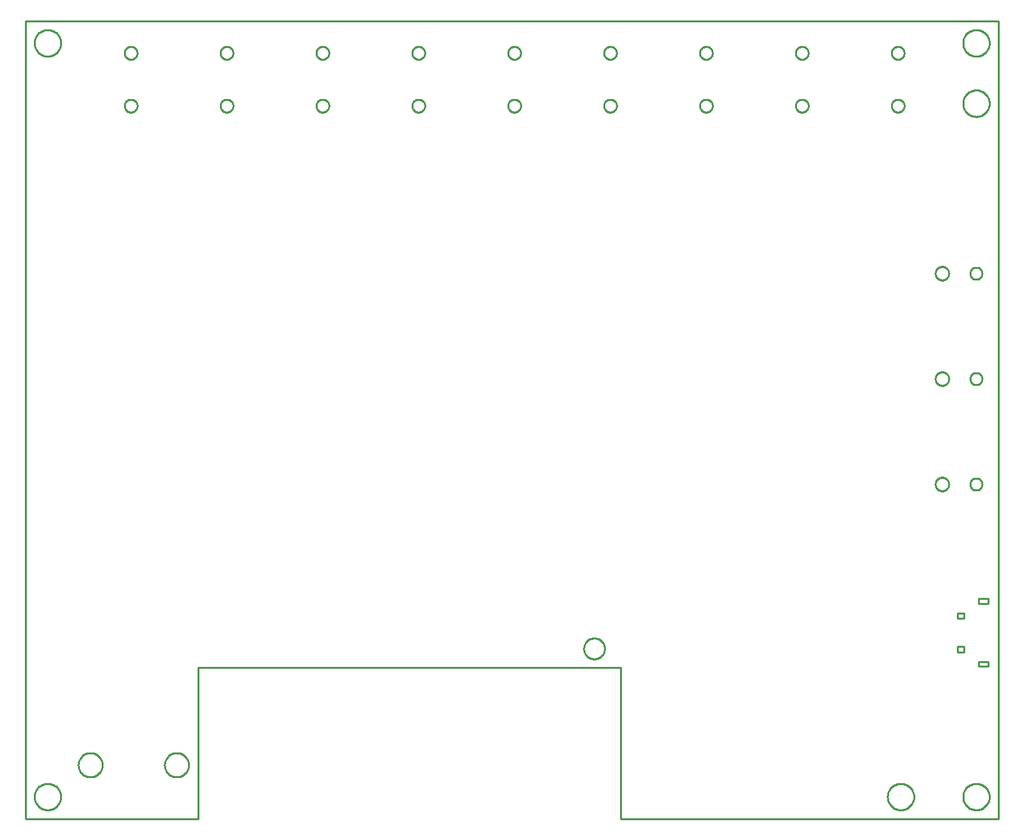
<source format=gko>
G04 EAGLE Gerber RS-274X export*
G75*
%MOMM*%
%FSLAX34Y34*%
%LPD*%
%IN*%
%IPPOS*%
%AMOC8*
5,1,8,0,0,1.08239X$1,22.5*%
G01*
%ADD10C,0.254000*%


D10*
X0Y0D02*
X228600Y0D01*
X228600Y200660D01*
X788670Y200660D01*
X788670Y0D01*
X1289050Y0D01*
X1289050Y1057910D01*
X0Y1057910D01*
X0Y0D01*
X1234680Y265893D02*
X1243180Y265893D01*
X1243180Y272893D01*
X1234680Y272893D01*
X1234680Y265893D01*
X1262430Y202393D02*
X1275430Y202393D01*
X1275430Y208393D01*
X1262430Y208393D01*
X1262430Y202393D01*
X1234680Y221393D02*
X1243180Y221393D01*
X1243180Y228393D01*
X1234680Y228393D01*
X1234680Y221393D01*
X1262430Y285893D02*
X1275430Y285893D01*
X1275430Y291893D01*
X1262430Y291893D01*
X1262430Y285893D01*
X1277000Y1027927D02*
X1276925Y1026784D01*
X1276776Y1025648D01*
X1276552Y1024524D01*
X1276255Y1023417D01*
X1275887Y1022332D01*
X1275449Y1021274D01*
X1274942Y1020246D01*
X1274369Y1019254D01*
X1273732Y1018301D01*
X1273035Y1017392D01*
X1272279Y1016531D01*
X1271469Y1015721D01*
X1270608Y1014965D01*
X1269699Y1014268D01*
X1268746Y1013631D01*
X1267754Y1013058D01*
X1266726Y1012551D01*
X1265668Y1012113D01*
X1264583Y1011745D01*
X1263476Y1011448D01*
X1262352Y1011225D01*
X1261216Y1011075D01*
X1260073Y1011000D01*
X1258927Y1011000D01*
X1257784Y1011075D01*
X1256648Y1011225D01*
X1255524Y1011448D01*
X1254417Y1011745D01*
X1253332Y1012113D01*
X1252274Y1012551D01*
X1251246Y1013058D01*
X1250254Y1013631D01*
X1249301Y1014268D01*
X1248392Y1014965D01*
X1247531Y1015721D01*
X1246721Y1016531D01*
X1245965Y1017392D01*
X1245268Y1018301D01*
X1244631Y1019254D01*
X1244058Y1020246D01*
X1243551Y1021274D01*
X1243113Y1022332D01*
X1242745Y1023417D01*
X1242448Y1024524D01*
X1242225Y1025648D01*
X1242075Y1026784D01*
X1242000Y1027927D01*
X1242000Y1029073D01*
X1242075Y1030216D01*
X1242225Y1031352D01*
X1242448Y1032476D01*
X1242745Y1033583D01*
X1243113Y1034668D01*
X1243551Y1035726D01*
X1244058Y1036754D01*
X1244631Y1037746D01*
X1245268Y1038699D01*
X1245965Y1039608D01*
X1246721Y1040469D01*
X1247531Y1041279D01*
X1248392Y1042035D01*
X1249301Y1042732D01*
X1250254Y1043369D01*
X1251246Y1043942D01*
X1252274Y1044449D01*
X1253332Y1044887D01*
X1254417Y1045255D01*
X1255524Y1045552D01*
X1256648Y1045776D01*
X1257784Y1045925D01*
X1258927Y1046000D01*
X1260073Y1046000D01*
X1261216Y1045925D01*
X1262352Y1045776D01*
X1263476Y1045552D01*
X1264583Y1045255D01*
X1265668Y1044887D01*
X1266726Y1044449D01*
X1267754Y1043942D01*
X1268746Y1043369D01*
X1269699Y1042732D01*
X1270608Y1042035D01*
X1271469Y1041279D01*
X1272279Y1040469D01*
X1273035Y1039608D01*
X1273732Y1038699D01*
X1274369Y1037746D01*
X1274942Y1036754D01*
X1275449Y1035726D01*
X1275887Y1034668D01*
X1276255Y1033583D01*
X1276552Y1032476D01*
X1276776Y1031352D01*
X1276925Y1030216D01*
X1277000Y1029073D01*
X1277000Y1027927D01*
X47000Y1027927D02*
X46925Y1026784D01*
X46776Y1025648D01*
X46552Y1024524D01*
X46255Y1023417D01*
X45887Y1022332D01*
X45449Y1021274D01*
X44942Y1020246D01*
X44369Y1019254D01*
X43732Y1018301D01*
X43035Y1017392D01*
X42279Y1016531D01*
X41469Y1015721D01*
X40608Y1014965D01*
X39699Y1014268D01*
X38746Y1013631D01*
X37754Y1013058D01*
X36726Y1012551D01*
X35668Y1012113D01*
X34583Y1011745D01*
X33476Y1011448D01*
X32352Y1011225D01*
X31216Y1011075D01*
X30073Y1011000D01*
X28927Y1011000D01*
X27784Y1011075D01*
X26648Y1011225D01*
X25524Y1011448D01*
X24417Y1011745D01*
X23332Y1012113D01*
X22274Y1012551D01*
X21246Y1013058D01*
X20254Y1013631D01*
X19301Y1014268D01*
X18392Y1014965D01*
X17531Y1015721D01*
X16721Y1016531D01*
X15965Y1017392D01*
X15268Y1018301D01*
X14631Y1019254D01*
X14058Y1020246D01*
X13551Y1021274D01*
X13113Y1022332D01*
X12745Y1023417D01*
X12448Y1024524D01*
X12225Y1025648D01*
X12075Y1026784D01*
X12000Y1027927D01*
X12000Y1029073D01*
X12075Y1030216D01*
X12225Y1031352D01*
X12448Y1032476D01*
X12745Y1033583D01*
X13113Y1034668D01*
X13551Y1035726D01*
X14058Y1036754D01*
X14631Y1037746D01*
X15268Y1038699D01*
X15965Y1039608D01*
X16721Y1040469D01*
X17531Y1041279D01*
X18392Y1042035D01*
X19301Y1042732D01*
X20254Y1043369D01*
X21246Y1043942D01*
X22274Y1044449D01*
X23332Y1044887D01*
X24417Y1045255D01*
X25524Y1045552D01*
X26648Y1045776D01*
X27784Y1045925D01*
X28927Y1046000D01*
X30073Y1046000D01*
X31216Y1045925D01*
X32352Y1045776D01*
X33476Y1045552D01*
X34583Y1045255D01*
X35668Y1044887D01*
X36726Y1044449D01*
X37754Y1043942D01*
X38746Y1043369D01*
X39699Y1042732D01*
X40608Y1042035D01*
X41469Y1041279D01*
X42279Y1040469D01*
X43035Y1039608D01*
X43732Y1038699D01*
X44369Y1037746D01*
X44942Y1036754D01*
X45449Y1035726D01*
X45887Y1034668D01*
X46255Y1033583D01*
X46552Y1032476D01*
X46776Y1031352D01*
X46925Y1030216D01*
X47000Y1029073D01*
X47000Y1027927D01*
X47000Y28927D02*
X46925Y27784D01*
X46776Y26648D01*
X46552Y25524D01*
X46255Y24417D01*
X45887Y23332D01*
X45449Y22274D01*
X44942Y21246D01*
X44369Y20254D01*
X43732Y19301D01*
X43035Y18392D01*
X42279Y17531D01*
X41469Y16721D01*
X40608Y15965D01*
X39699Y15268D01*
X38746Y14631D01*
X37754Y14058D01*
X36726Y13551D01*
X35668Y13113D01*
X34583Y12745D01*
X33476Y12448D01*
X32352Y12225D01*
X31216Y12075D01*
X30073Y12000D01*
X28927Y12000D01*
X27784Y12075D01*
X26648Y12225D01*
X25524Y12448D01*
X24417Y12745D01*
X23332Y13113D01*
X22274Y13551D01*
X21246Y14058D01*
X20254Y14631D01*
X19301Y15268D01*
X18392Y15965D01*
X17531Y16721D01*
X16721Y17531D01*
X15965Y18392D01*
X15268Y19301D01*
X14631Y20254D01*
X14058Y21246D01*
X13551Y22274D01*
X13113Y23332D01*
X12745Y24417D01*
X12448Y25524D01*
X12225Y26648D01*
X12075Y27784D01*
X12000Y28927D01*
X12000Y30073D01*
X12075Y31216D01*
X12225Y32352D01*
X12448Y33476D01*
X12745Y34583D01*
X13113Y35668D01*
X13551Y36726D01*
X14058Y37754D01*
X14631Y38746D01*
X15268Y39699D01*
X15965Y40608D01*
X16721Y41469D01*
X17531Y42279D01*
X18392Y43035D01*
X19301Y43732D01*
X20254Y44369D01*
X21246Y44942D01*
X22274Y45449D01*
X23332Y45887D01*
X24417Y46255D01*
X25524Y46552D01*
X26648Y46776D01*
X27784Y46925D01*
X28927Y47000D01*
X30073Y47000D01*
X31216Y46925D01*
X32352Y46776D01*
X33476Y46552D01*
X34583Y46255D01*
X35668Y45887D01*
X36726Y45449D01*
X37754Y44942D01*
X38746Y44369D01*
X39699Y43732D01*
X40608Y43035D01*
X41469Y42279D01*
X42279Y41469D01*
X43035Y40608D01*
X43732Y39699D01*
X44369Y38746D01*
X44942Y37754D01*
X45449Y36726D01*
X45887Y35668D01*
X46255Y34583D01*
X46552Y33476D01*
X46776Y32352D01*
X46925Y31216D01*
X47000Y30073D01*
X47000Y28927D01*
X1277000Y28927D02*
X1276925Y27784D01*
X1276776Y26648D01*
X1276552Y25524D01*
X1276255Y24417D01*
X1275887Y23332D01*
X1275449Y22274D01*
X1274942Y21246D01*
X1274369Y20254D01*
X1273732Y19301D01*
X1273035Y18392D01*
X1272279Y17531D01*
X1271469Y16721D01*
X1270608Y15965D01*
X1269699Y15268D01*
X1268746Y14631D01*
X1267754Y14058D01*
X1266726Y13551D01*
X1265668Y13113D01*
X1264583Y12745D01*
X1263476Y12448D01*
X1262352Y12225D01*
X1261216Y12075D01*
X1260073Y12000D01*
X1258927Y12000D01*
X1257784Y12075D01*
X1256648Y12225D01*
X1255524Y12448D01*
X1254417Y12745D01*
X1253332Y13113D01*
X1252274Y13551D01*
X1251246Y14058D01*
X1250254Y14631D01*
X1249301Y15268D01*
X1248392Y15965D01*
X1247531Y16721D01*
X1246721Y17531D01*
X1245965Y18392D01*
X1245268Y19301D01*
X1244631Y20254D01*
X1244058Y21246D01*
X1243551Y22274D01*
X1243113Y23332D01*
X1242745Y24417D01*
X1242448Y25524D01*
X1242225Y26648D01*
X1242075Y27784D01*
X1242000Y28927D01*
X1242000Y30073D01*
X1242075Y31216D01*
X1242225Y32352D01*
X1242448Y33476D01*
X1242745Y34583D01*
X1243113Y35668D01*
X1243551Y36726D01*
X1244058Y37754D01*
X1244631Y38746D01*
X1245268Y39699D01*
X1245965Y40608D01*
X1246721Y41469D01*
X1247531Y42279D01*
X1248392Y43035D01*
X1249301Y43732D01*
X1250254Y44369D01*
X1251246Y44942D01*
X1252274Y45449D01*
X1253332Y45887D01*
X1254417Y46255D01*
X1255524Y46552D01*
X1256648Y46776D01*
X1257784Y46925D01*
X1258927Y47000D01*
X1260073Y47000D01*
X1261216Y46925D01*
X1262352Y46776D01*
X1263476Y46552D01*
X1264583Y46255D01*
X1265668Y45887D01*
X1266726Y45449D01*
X1267754Y44942D01*
X1268746Y44369D01*
X1269699Y43732D01*
X1270608Y43035D01*
X1271469Y42279D01*
X1272279Y41469D01*
X1273035Y40608D01*
X1273732Y39699D01*
X1274369Y38746D01*
X1274942Y37754D01*
X1275449Y36726D01*
X1275887Y35668D01*
X1276255Y34583D01*
X1276552Y33476D01*
X1276776Y32352D01*
X1276925Y31216D01*
X1277000Y30073D01*
X1277000Y28927D01*
X1277000Y947927D02*
X1276925Y946784D01*
X1276776Y945648D01*
X1276552Y944524D01*
X1276255Y943417D01*
X1275887Y942332D01*
X1275449Y941274D01*
X1274942Y940246D01*
X1274369Y939254D01*
X1273732Y938301D01*
X1273035Y937392D01*
X1272279Y936531D01*
X1271469Y935721D01*
X1270608Y934965D01*
X1269699Y934268D01*
X1268746Y933631D01*
X1267754Y933058D01*
X1266726Y932551D01*
X1265668Y932113D01*
X1264583Y931745D01*
X1263476Y931448D01*
X1262352Y931225D01*
X1261216Y931075D01*
X1260073Y931000D01*
X1258927Y931000D01*
X1257784Y931075D01*
X1256648Y931225D01*
X1255524Y931448D01*
X1254417Y931745D01*
X1253332Y932113D01*
X1252274Y932551D01*
X1251246Y933058D01*
X1250254Y933631D01*
X1249301Y934268D01*
X1248392Y934965D01*
X1247531Y935721D01*
X1246721Y936531D01*
X1245965Y937392D01*
X1245268Y938301D01*
X1244631Y939254D01*
X1244058Y940246D01*
X1243551Y941274D01*
X1243113Y942332D01*
X1242745Y943417D01*
X1242448Y944524D01*
X1242225Y945648D01*
X1242075Y946784D01*
X1242000Y947927D01*
X1242000Y949073D01*
X1242075Y950216D01*
X1242225Y951352D01*
X1242448Y952476D01*
X1242745Y953583D01*
X1243113Y954668D01*
X1243551Y955726D01*
X1244058Y956754D01*
X1244631Y957746D01*
X1245268Y958699D01*
X1245965Y959608D01*
X1246721Y960469D01*
X1247531Y961279D01*
X1248392Y962035D01*
X1249301Y962732D01*
X1250254Y963369D01*
X1251246Y963942D01*
X1252274Y964449D01*
X1253332Y964887D01*
X1254417Y965255D01*
X1255524Y965552D01*
X1256648Y965776D01*
X1257784Y965925D01*
X1258927Y966000D01*
X1260073Y966000D01*
X1261216Y965925D01*
X1262352Y965776D01*
X1263476Y965552D01*
X1264583Y965255D01*
X1265668Y964887D01*
X1266726Y964449D01*
X1267754Y963942D01*
X1268746Y963369D01*
X1269699Y962732D01*
X1270608Y962035D01*
X1271469Y961279D01*
X1272279Y960469D01*
X1273035Y959608D01*
X1273732Y958699D01*
X1274369Y957746D01*
X1274942Y956754D01*
X1275449Y955726D01*
X1275887Y954668D01*
X1276255Y953583D01*
X1276552Y952476D01*
X1276776Y951352D01*
X1276925Y950216D01*
X1277000Y949073D01*
X1277000Y947927D01*
X1177000Y28927D02*
X1176925Y27784D01*
X1176776Y26648D01*
X1176552Y25524D01*
X1176255Y24417D01*
X1175887Y23332D01*
X1175449Y22274D01*
X1174942Y21246D01*
X1174369Y20254D01*
X1173732Y19301D01*
X1173035Y18392D01*
X1172279Y17531D01*
X1171469Y16721D01*
X1170608Y15965D01*
X1169699Y15268D01*
X1168746Y14631D01*
X1167754Y14058D01*
X1166726Y13551D01*
X1165668Y13113D01*
X1164583Y12745D01*
X1163476Y12448D01*
X1162352Y12225D01*
X1161216Y12075D01*
X1160073Y12000D01*
X1158927Y12000D01*
X1157784Y12075D01*
X1156648Y12225D01*
X1155524Y12448D01*
X1154417Y12745D01*
X1153332Y13113D01*
X1152274Y13551D01*
X1151246Y14058D01*
X1150254Y14631D01*
X1149301Y15268D01*
X1148392Y15965D01*
X1147531Y16721D01*
X1146721Y17531D01*
X1145965Y18392D01*
X1145268Y19301D01*
X1144631Y20254D01*
X1144058Y21246D01*
X1143551Y22274D01*
X1143113Y23332D01*
X1142745Y24417D01*
X1142448Y25524D01*
X1142225Y26648D01*
X1142075Y27784D01*
X1142000Y28927D01*
X1142000Y30073D01*
X1142075Y31216D01*
X1142225Y32352D01*
X1142448Y33476D01*
X1142745Y34583D01*
X1143113Y35668D01*
X1143551Y36726D01*
X1144058Y37754D01*
X1144631Y38746D01*
X1145268Y39699D01*
X1145965Y40608D01*
X1146721Y41469D01*
X1147531Y42279D01*
X1148392Y43035D01*
X1149301Y43732D01*
X1150254Y44369D01*
X1151246Y44942D01*
X1152274Y45449D01*
X1153332Y45887D01*
X1154417Y46255D01*
X1155524Y46552D01*
X1156648Y46776D01*
X1157784Y46925D01*
X1158927Y47000D01*
X1160073Y47000D01*
X1161216Y46925D01*
X1162352Y46776D01*
X1163476Y46552D01*
X1164583Y46255D01*
X1165668Y45887D01*
X1166726Y45449D01*
X1167754Y44942D01*
X1168746Y44369D01*
X1169699Y43732D01*
X1170608Y43035D01*
X1171469Y42279D01*
X1172279Y41469D01*
X1173035Y40608D01*
X1173732Y39699D01*
X1174369Y38746D01*
X1174942Y37754D01*
X1175449Y36726D01*
X1175887Y35668D01*
X1176255Y34583D01*
X1176552Y33476D01*
X1176776Y32352D01*
X1176925Y31216D01*
X1177000Y30073D01*
X1177000Y28927D01*
X148200Y1015004D02*
X148135Y1014265D01*
X148006Y1013534D01*
X147814Y1012817D01*
X147560Y1012120D01*
X147247Y1011447D01*
X146876Y1010804D01*
X146450Y1010196D01*
X145973Y1009628D01*
X145448Y1009103D01*
X144879Y1008626D01*
X144271Y1008200D01*
X143629Y1007829D01*
X142956Y1007515D01*
X142258Y1007261D01*
X141542Y1007069D01*
X140811Y1006940D01*
X140071Y1006876D01*
X139329Y1006876D01*
X138589Y1006940D01*
X137859Y1007069D01*
X137142Y1007261D01*
X136444Y1007515D01*
X135771Y1007829D01*
X135129Y1008200D01*
X134521Y1008626D01*
X133952Y1009103D01*
X133427Y1009628D01*
X132950Y1010196D01*
X132524Y1010804D01*
X132153Y1011447D01*
X131840Y1012120D01*
X131586Y1012817D01*
X131394Y1013534D01*
X131265Y1014265D01*
X131200Y1015004D01*
X131200Y1015747D01*
X131265Y1016486D01*
X131394Y1017217D01*
X131586Y1017934D01*
X131840Y1018631D01*
X132153Y1019304D01*
X132524Y1019947D01*
X132950Y1020555D01*
X133427Y1021124D01*
X133952Y1021648D01*
X134521Y1022126D01*
X135129Y1022551D01*
X135771Y1022922D01*
X136444Y1023236D01*
X137142Y1023490D01*
X137859Y1023682D01*
X138589Y1023811D01*
X139329Y1023876D01*
X140071Y1023876D01*
X140811Y1023811D01*
X141542Y1023682D01*
X142258Y1023490D01*
X142956Y1023236D01*
X143629Y1022922D01*
X144271Y1022551D01*
X144879Y1022126D01*
X145448Y1021648D01*
X145973Y1021124D01*
X146450Y1020555D01*
X146876Y1019947D01*
X147247Y1019304D01*
X147560Y1018631D01*
X147814Y1017934D01*
X148006Y1017217D01*
X148135Y1016486D01*
X148200Y1015747D01*
X148200Y1015004D01*
X148200Y945004D02*
X148135Y944265D01*
X148006Y943534D01*
X147814Y942817D01*
X147560Y942120D01*
X147247Y941447D01*
X146876Y940804D01*
X146450Y940196D01*
X145973Y939628D01*
X145448Y939103D01*
X144879Y938626D01*
X144271Y938200D01*
X143629Y937829D01*
X142956Y937515D01*
X142258Y937261D01*
X141542Y937069D01*
X140811Y936940D01*
X140071Y936876D01*
X139329Y936876D01*
X138589Y936940D01*
X137859Y937069D01*
X137142Y937261D01*
X136444Y937515D01*
X135771Y937829D01*
X135129Y938200D01*
X134521Y938626D01*
X133952Y939103D01*
X133427Y939628D01*
X132950Y940196D01*
X132524Y940804D01*
X132153Y941447D01*
X131840Y942120D01*
X131586Y942817D01*
X131394Y943534D01*
X131265Y944265D01*
X131200Y945004D01*
X131200Y945747D01*
X131265Y946486D01*
X131394Y947217D01*
X131586Y947934D01*
X131840Y948631D01*
X132153Y949304D01*
X132524Y949947D01*
X132950Y950555D01*
X133427Y951124D01*
X133952Y951648D01*
X134521Y952126D01*
X135129Y952551D01*
X135771Y952922D01*
X136444Y953236D01*
X137142Y953490D01*
X137859Y953682D01*
X138589Y953811D01*
X139329Y953876D01*
X140071Y953876D01*
X140811Y953811D01*
X141542Y953682D01*
X142258Y953490D01*
X142956Y953236D01*
X143629Y952922D01*
X144271Y952551D01*
X144879Y952126D01*
X145448Y951648D01*
X145973Y951124D01*
X146450Y950555D01*
X146876Y949947D01*
X147247Y949304D01*
X147560Y948631D01*
X147814Y947934D01*
X148006Y947217D01*
X148135Y946486D01*
X148200Y945747D01*
X148200Y945004D01*
X275200Y1015004D02*
X275135Y1014265D01*
X275006Y1013534D01*
X274814Y1012817D01*
X274560Y1012120D01*
X274247Y1011447D01*
X273876Y1010804D01*
X273450Y1010196D01*
X272973Y1009628D01*
X272448Y1009103D01*
X271879Y1008626D01*
X271271Y1008200D01*
X270629Y1007829D01*
X269956Y1007515D01*
X269258Y1007261D01*
X268542Y1007069D01*
X267811Y1006940D01*
X267071Y1006876D01*
X266329Y1006876D01*
X265589Y1006940D01*
X264859Y1007069D01*
X264142Y1007261D01*
X263444Y1007515D01*
X262771Y1007829D01*
X262129Y1008200D01*
X261521Y1008626D01*
X260952Y1009103D01*
X260427Y1009628D01*
X259950Y1010196D01*
X259524Y1010804D01*
X259153Y1011447D01*
X258840Y1012120D01*
X258586Y1012817D01*
X258394Y1013534D01*
X258265Y1014265D01*
X258200Y1015004D01*
X258200Y1015747D01*
X258265Y1016486D01*
X258394Y1017217D01*
X258586Y1017934D01*
X258840Y1018631D01*
X259153Y1019304D01*
X259524Y1019947D01*
X259950Y1020555D01*
X260427Y1021124D01*
X260952Y1021648D01*
X261521Y1022126D01*
X262129Y1022551D01*
X262771Y1022922D01*
X263444Y1023236D01*
X264142Y1023490D01*
X264859Y1023682D01*
X265589Y1023811D01*
X266329Y1023876D01*
X267071Y1023876D01*
X267811Y1023811D01*
X268542Y1023682D01*
X269258Y1023490D01*
X269956Y1023236D01*
X270629Y1022922D01*
X271271Y1022551D01*
X271879Y1022126D01*
X272448Y1021648D01*
X272973Y1021124D01*
X273450Y1020555D01*
X273876Y1019947D01*
X274247Y1019304D01*
X274560Y1018631D01*
X274814Y1017934D01*
X275006Y1017217D01*
X275135Y1016486D01*
X275200Y1015747D01*
X275200Y1015004D01*
X275200Y945004D02*
X275135Y944265D01*
X275006Y943534D01*
X274814Y942817D01*
X274560Y942120D01*
X274247Y941447D01*
X273876Y940804D01*
X273450Y940196D01*
X272973Y939628D01*
X272448Y939103D01*
X271879Y938626D01*
X271271Y938200D01*
X270629Y937829D01*
X269956Y937515D01*
X269258Y937261D01*
X268542Y937069D01*
X267811Y936940D01*
X267071Y936876D01*
X266329Y936876D01*
X265589Y936940D01*
X264859Y937069D01*
X264142Y937261D01*
X263444Y937515D01*
X262771Y937829D01*
X262129Y938200D01*
X261521Y938626D01*
X260952Y939103D01*
X260427Y939628D01*
X259950Y940196D01*
X259524Y940804D01*
X259153Y941447D01*
X258840Y942120D01*
X258586Y942817D01*
X258394Y943534D01*
X258265Y944265D01*
X258200Y945004D01*
X258200Y945747D01*
X258265Y946486D01*
X258394Y947217D01*
X258586Y947934D01*
X258840Y948631D01*
X259153Y949304D01*
X259524Y949947D01*
X259950Y950555D01*
X260427Y951124D01*
X260952Y951648D01*
X261521Y952126D01*
X262129Y952551D01*
X262771Y952922D01*
X263444Y953236D01*
X264142Y953490D01*
X264859Y953682D01*
X265589Y953811D01*
X266329Y953876D01*
X267071Y953876D01*
X267811Y953811D01*
X268542Y953682D01*
X269258Y953490D01*
X269956Y953236D01*
X270629Y952922D01*
X271271Y952551D01*
X271879Y952126D01*
X272448Y951648D01*
X272973Y951124D01*
X273450Y950555D01*
X273876Y949947D01*
X274247Y949304D01*
X274560Y948631D01*
X274814Y947934D01*
X275006Y947217D01*
X275135Y946486D01*
X275200Y945747D01*
X275200Y945004D01*
X402200Y1015004D02*
X402135Y1014265D01*
X402006Y1013534D01*
X401814Y1012817D01*
X401560Y1012120D01*
X401247Y1011447D01*
X400876Y1010804D01*
X400450Y1010196D01*
X399973Y1009628D01*
X399448Y1009103D01*
X398879Y1008626D01*
X398271Y1008200D01*
X397629Y1007829D01*
X396956Y1007515D01*
X396258Y1007261D01*
X395542Y1007069D01*
X394811Y1006940D01*
X394071Y1006876D01*
X393329Y1006876D01*
X392589Y1006940D01*
X391859Y1007069D01*
X391142Y1007261D01*
X390444Y1007515D01*
X389771Y1007829D01*
X389129Y1008200D01*
X388521Y1008626D01*
X387952Y1009103D01*
X387427Y1009628D01*
X386950Y1010196D01*
X386524Y1010804D01*
X386153Y1011447D01*
X385840Y1012120D01*
X385586Y1012817D01*
X385394Y1013534D01*
X385265Y1014265D01*
X385200Y1015004D01*
X385200Y1015747D01*
X385265Y1016486D01*
X385394Y1017217D01*
X385586Y1017934D01*
X385840Y1018631D01*
X386153Y1019304D01*
X386524Y1019947D01*
X386950Y1020555D01*
X387427Y1021124D01*
X387952Y1021648D01*
X388521Y1022126D01*
X389129Y1022551D01*
X389771Y1022922D01*
X390444Y1023236D01*
X391142Y1023490D01*
X391859Y1023682D01*
X392589Y1023811D01*
X393329Y1023876D01*
X394071Y1023876D01*
X394811Y1023811D01*
X395542Y1023682D01*
X396258Y1023490D01*
X396956Y1023236D01*
X397629Y1022922D01*
X398271Y1022551D01*
X398879Y1022126D01*
X399448Y1021648D01*
X399973Y1021124D01*
X400450Y1020555D01*
X400876Y1019947D01*
X401247Y1019304D01*
X401560Y1018631D01*
X401814Y1017934D01*
X402006Y1017217D01*
X402135Y1016486D01*
X402200Y1015747D01*
X402200Y1015004D01*
X402200Y945004D02*
X402135Y944265D01*
X402006Y943534D01*
X401814Y942817D01*
X401560Y942120D01*
X401247Y941447D01*
X400876Y940804D01*
X400450Y940196D01*
X399973Y939628D01*
X399448Y939103D01*
X398879Y938626D01*
X398271Y938200D01*
X397629Y937829D01*
X396956Y937515D01*
X396258Y937261D01*
X395542Y937069D01*
X394811Y936940D01*
X394071Y936876D01*
X393329Y936876D01*
X392589Y936940D01*
X391859Y937069D01*
X391142Y937261D01*
X390444Y937515D01*
X389771Y937829D01*
X389129Y938200D01*
X388521Y938626D01*
X387952Y939103D01*
X387427Y939628D01*
X386950Y940196D01*
X386524Y940804D01*
X386153Y941447D01*
X385840Y942120D01*
X385586Y942817D01*
X385394Y943534D01*
X385265Y944265D01*
X385200Y945004D01*
X385200Y945747D01*
X385265Y946486D01*
X385394Y947217D01*
X385586Y947934D01*
X385840Y948631D01*
X386153Y949304D01*
X386524Y949947D01*
X386950Y950555D01*
X387427Y951124D01*
X387952Y951648D01*
X388521Y952126D01*
X389129Y952551D01*
X389771Y952922D01*
X390444Y953236D01*
X391142Y953490D01*
X391859Y953682D01*
X392589Y953811D01*
X393329Y953876D01*
X394071Y953876D01*
X394811Y953811D01*
X395542Y953682D01*
X396258Y953490D01*
X396956Y953236D01*
X397629Y952922D01*
X398271Y952551D01*
X398879Y952126D01*
X399448Y951648D01*
X399973Y951124D01*
X400450Y950555D01*
X400876Y949947D01*
X401247Y949304D01*
X401560Y948631D01*
X401814Y947934D01*
X402006Y947217D01*
X402135Y946486D01*
X402200Y945747D01*
X402200Y945004D01*
X1251355Y723597D02*
X1251432Y724379D01*
X1251586Y725150D01*
X1251814Y725902D01*
X1252115Y726628D01*
X1252485Y727322D01*
X1252922Y727975D01*
X1253420Y728583D01*
X1253976Y729139D01*
X1254584Y729637D01*
X1255237Y730074D01*
X1255931Y730444D01*
X1256657Y730745D01*
X1257409Y730973D01*
X1258180Y731127D01*
X1258962Y731204D01*
X1259748Y731204D01*
X1260530Y731127D01*
X1261301Y730973D01*
X1262054Y730745D01*
X1262780Y730444D01*
X1263473Y730074D01*
X1264126Y729637D01*
X1264734Y729139D01*
X1265290Y728583D01*
X1265789Y727975D01*
X1266225Y727322D01*
X1266596Y726628D01*
X1266897Y725902D01*
X1267125Y725150D01*
X1267278Y724379D01*
X1267355Y723597D01*
X1267355Y722811D01*
X1267278Y722029D01*
X1267125Y721258D01*
X1266897Y720505D01*
X1266596Y719779D01*
X1266225Y719086D01*
X1265789Y718432D01*
X1265290Y717825D01*
X1264734Y717269D01*
X1264126Y716770D01*
X1263473Y716334D01*
X1262780Y715963D01*
X1262054Y715662D01*
X1261301Y715434D01*
X1260530Y715281D01*
X1259748Y715204D01*
X1258962Y715204D01*
X1258180Y715281D01*
X1257409Y715434D01*
X1256657Y715662D01*
X1255931Y715963D01*
X1255237Y716334D01*
X1254584Y716770D01*
X1253976Y717269D01*
X1253420Y717825D01*
X1252922Y718432D01*
X1252485Y719086D01*
X1252115Y719779D01*
X1251814Y720505D01*
X1251586Y721258D01*
X1251432Y722029D01*
X1251355Y722811D01*
X1251355Y723597D01*
X1205355Y723597D02*
X1205424Y724380D01*
X1205560Y725154D01*
X1205764Y725913D01*
X1206032Y726651D01*
X1206364Y727363D01*
X1206757Y728044D01*
X1207208Y728688D01*
X1207713Y729290D01*
X1208269Y729846D01*
X1208871Y730351D01*
X1209515Y730802D01*
X1210195Y731194D01*
X1210908Y731527D01*
X1211646Y731795D01*
X1212405Y731999D01*
X1213179Y732135D01*
X1213962Y732204D01*
X1214748Y732204D01*
X1215531Y732135D01*
X1216305Y731999D01*
X1217064Y731795D01*
X1217803Y731527D01*
X1218515Y731194D01*
X1219195Y730802D01*
X1219839Y730351D01*
X1220441Y729846D01*
X1220997Y729290D01*
X1221502Y728688D01*
X1221953Y728044D01*
X1222346Y727363D01*
X1222678Y726651D01*
X1222947Y725913D01*
X1223150Y725154D01*
X1223287Y724380D01*
X1223355Y723597D01*
X1223355Y722811D01*
X1223287Y722028D01*
X1223150Y721254D01*
X1222947Y720495D01*
X1222678Y719756D01*
X1222346Y719044D01*
X1221953Y718363D01*
X1221502Y717720D01*
X1220997Y717118D01*
X1220441Y716562D01*
X1219839Y716057D01*
X1219195Y715606D01*
X1218515Y715213D01*
X1217803Y714881D01*
X1217064Y714612D01*
X1216305Y714409D01*
X1215531Y714272D01*
X1214748Y714204D01*
X1213962Y714204D01*
X1213179Y714272D01*
X1212405Y714409D01*
X1211646Y714612D01*
X1210908Y714881D01*
X1210195Y715213D01*
X1209515Y715606D01*
X1208871Y716057D01*
X1208269Y716562D01*
X1207713Y717118D01*
X1207208Y717720D01*
X1206757Y718363D01*
X1206364Y719044D01*
X1206032Y719756D01*
X1205764Y720495D01*
X1205560Y721254D01*
X1205424Y722028D01*
X1205355Y722811D01*
X1205355Y723597D01*
X783200Y1015004D02*
X783135Y1014265D01*
X783006Y1013534D01*
X782814Y1012817D01*
X782560Y1012120D01*
X782247Y1011447D01*
X781876Y1010804D01*
X781450Y1010196D01*
X780973Y1009628D01*
X780448Y1009103D01*
X779879Y1008626D01*
X779271Y1008200D01*
X778629Y1007829D01*
X777956Y1007515D01*
X777258Y1007261D01*
X776542Y1007069D01*
X775811Y1006940D01*
X775071Y1006876D01*
X774329Y1006876D01*
X773589Y1006940D01*
X772859Y1007069D01*
X772142Y1007261D01*
X771444Y1007515D01*
X770771Y1007829D01*
X770129Y1008200D01*
X769521Y1008626D01*
X768952Y1009103D01*
X768427Y1009628D01*
X767950Y1010196D01*
X767524Y1010804D01*
X767153Y1011447D01*
X766840Y1012120D01*
X766586Y1012817D01*
X766394Y1013534D01*
X766265Y1014265D01*
X766200Y1015004D01*
X766200Y1015747D01*
X766265Y1016486D01*
X766394Y1017217D01*
X766586Y1017934D01*
X766840Y1018631D01*
X767153Y1019304D01*
X767524Y1019947D01*
X767950Y1020555D01*
X768427Y1021124D01*
X768952Y1021648D01*
X769521Y1022126D01*
X770129Y1022551D01*
X770771Y1022922D01*
X771444Y1023236D01*
X772142Y1023490D01*
X772859Y1023682D01*
X773589Y1023811D01*
X774329Y1023876D01*
X775071Y1023876D01*
X775811Y1023811D01*
X776542Y1023682D01*
X777258Y1023490D01*
X777956Y1023236D01*
X778629Y1022922D01*
X779271Y1022551D01*
X779879Y1022126D01*
X780448Y1021648D01*
X780973Y1021124D01*
X781450Y1020555D01*
X781876Y1019947D01*
X782247Y1019304D01*
X782560Y1018631D01*
X782814Y1017934D01*
X783006Y1017217D01*
X783135Y1016486D01*
X783200Y1015747D01*
X783200Y1015004D01*
X783200Y945004D02*
X783135Y944265D01*
X783006Y943534D01*
X782814Y942817D01*
X782560Y942120D01*
X782247Y941447D01*
X781876Y940804D01*
X781450Y940196D01*
X780973Y939628D01*
X780448Y939103D01*
X779879Y938626D01*
X779271Y938200D01*
X778629Y937829D01*
X777956Y937515D01*
X777258Y937261D01*
X776542Y937069D01*
X775811Y936940D01*
X775071Y936876D01*
X774329Y936876D01*
X773589Y936940D01*
X772859Y937069D01*
X772142Y937261D01*
X771444Y937515D01*
X770771Y937829D01*
X770129Y938200D01*
X769521Y938626D01*
X768952Y939103D01*
X768427Y939628D01*
X767950Y940196D01*
X767524Y940804D01*
X767153Y941447D01*
X766840Y942120D01*
X766586Y942817D01*
X766394Y943534D01*
X766265Y944265D01*
X766200Y945004D01*
X766200Y945747D01*
X766265Y946486D01*
X766394Y947217D01*
X766586Y947934D01*
X766840Y948631D01*
X767153Y949304D01*
X767524Y949947D01*
X767950Y950555D01*
X768427Y951124D01*
X768952Y951648D01*
X769521Y952126D01*
X770129Y952551D01*
X770771Y952922D01*
X771444Y953236D01*
X772142Y953490D01*
X772859Y953682D01*
X773589Y953811D01*
X774329Y953876D01*
X775071Y953876D01*
X775811Y953811D01*
X776542Y953682D01*
X777258Y953490D01*
X777956Y953236D01*
X778629Y952922D01*
X779271Y952551D01*
X779879Y952126D01*
X780448Y951648D01*
X780973Y951124D01*
X781450Y950555D01*
X781876Y949947D01*
X782247Y949304D01*
X782560Y948631D01*
X782814Y947934D01*
X783006Y947217D01*
X783135Y946486D01*
X783200Y945747D01*
X783200Y945004D01*
X656200Y1015004D02*
X656135Y1014265D01*
X656006Y1013534D01*
X655814Y1012817D01*
X655560Y1012120D01*
X655247Y1011447D01*
X654876Y1010804D01*
X654450Y1010196D01*
X653973Y1009628D01*
X653448Y1009103D01*
X652879Y1008626D01*
X652271Y1008200D01*
X651629Y1007829D01*
X650956Y1007515D01*
X650258Y1007261D01*
X649542Y1007069D01*
X648811Y1006940D01*
X648071Y1006876D01*
X647329Y1006876D01*
X646589Y1006940D01*
X645859Y1007069D01*
X645142Y1007261D01*
X644444Y1007515D01*
X643771Y1007829D01*
X643129Y1008200D01*
X642521Y1008626D01*
X641952Y1009103D01*
X641427Y1009628D01*
X640950Y1010196D01*
X640524Y1010804D01*
X640153Y1011447D01*
X639840Y1012120D01*
X639586Y1012817D01*
X639394Y1013534D01*
X639265Y1014265D01*
X639200Y1015004D01*
X639200Y1015747D01*
X639265Y1016486D01*
X639394Y1017217D01*
X639586Y1017934D01*
X639840Y1018631D01*
X640153Y1019304D01*
X640524Y1019947D01*
X640950Y1020555D01*
X641427Y1021124D01*
X641952Y1021648D01*
X642521Y1022126D01*
X643129Y1022551D01*
X643771Y1022922D01*
X644444Y1023236D01*
X645142Y1023490D01*
X645859Y1023682D01*
X646589Y1023811D01*
X647329Y1023876D01*
X648071Y1023876D01*
X648811Y1023811D01*
X649542Y1023682D01*
X650258Y1023490D01*
X650956Y1023236D01*
X651629Y1022922D01*
X652271Y1022551D01*
X652879Y1022126D01*
X653448Y1021648D01*
X653973Y1021124D01*
X654450Y1020555D01*
X654876Y1019947D01*
X655247Y1019304D01*
X655560Y1018631D01*
X655814Y1017934D01*
X656006Y1017217D01*
X656135Y1016486D01*
X656200Y1015747D01*
X656200Y1015004D01*
X656200Y945004D02*
X656135Y944265D01*
X656006Y943534D01*
X655814Y942817D01*
X655560Y942120D01*
X655247Y941447D01*
X654876Y940804D01*
X654450Y940196D01*
X653973Y939628D01*
X653448Y939103D01*
X652879Y938626D01*
X652271Y938200D01*
X651629Y937829D01*
X650956Y937515D01*
X650258Y937261D01*
X649542Y937069D01*
X648811Y936940D01*
X648071Y936876D01*
X647329Y936876D01*
X646589Y936940D01*
X645859Y937069D01*
X645142Y937261D01*
X644444Y937515D01*
X643771Y937829D01*
X643129Y938200D01*
X642521Y938626D01*
X641952Y939103D01*
X641427Y939628D01*
X640950Y940196D01*
X640524Y940804D01*
X640153Y941447D01*
X639840Y942120D01*
X639586Y942817D01*
X639394Y943534D01*
X639265Y944265D01*
X639200Y945004D01*
X639200Y945747D01*
X639265Y946486D01*
X639394Y947217D01*
X639586Y947934D01*
X639840Y948631D01*
X640153Y949304D01*
X640524Y949947D01*
X640950Y950555D01*
X641427Y951124D01*
X641952Y951648D01*
X642521Y952126D01*
X643129Y952551D01*
X643771Y952922D01*
X644444Y953236D01*
X645142Y953490D01*
X645859Y953682D01*
X646589Y953811D01*
X647329Y953876D01*
X648071Y953876D01*
X648811Y953811D01*
X649542Y953682D01*
X650258Y953490D01*
X650956Y953236D01*
X651629Y952922D01*
X652271Y952551D01*
X652879Y952126D01*
X653448Y951648D01*
X653973Y951124D01*
X654450Y950555D01*
X654876Y949947D01*
X655247Y949304D01*
X655560Y948631D01*
X655814Y947934D01*
X656006Y947217D01*
X656135Y946486D01*
X656200Y945747D01*
X656200Y945004D01*
X529200Y1015004D02*
X529135Y1014265D01*
X529006Y1013534D01*
X528814Y1012817D01*
X528560Y1012120D01*
X528247Y1011447D01*
X527876Y1010804D01*
X527450Y1010196D01*
X526973Y1009628D01*
X526448Y1009103D01*
X525879Y1008626D01*
X525271Y1008200D01*
X524629Y1007829D01*
X523956Y1007515D01*
X523258Y1007261D01*
X522542Y1007069D01*
X521811Y1006940D01*
X521071Y1006876D01*
X520329Y1006876D01*
X519589Y1006940D01*
X518859Y1007069D01*
X518142Y1007261D01*
X517444Y1007515D01*
X516771Y1007829D01*
X516129Y1008200D01*
X515521Y1008626D01*
X514952Y1009103D01*
X514427Y1009628D01*
X513950Y1010196D01*
X513524Y1010804D01*
X513153Y1011447D01*
X512840Y1012120D01*
X512586Y1012817D01*
X512394Y1013534D01*
X512265Y1014265D01*
X512200Y1015004D01*
X512200Y1015747D01*
X512265Y1016486D01*
X512394Y1017217D01*
X512586Y1017934D01*
X512840Y1018631D01*
X513153Y1019304D01*
X513524Y1019947D01*
X513950Y1020555D01*
X514427Y1021124D01*
X514952Y1021648D01*
X515521Y1022126D01*
X516129Y1022551D01*
X516771Y1022922D01*
X517444Y1023236D01*
X518142Y1023490D01*
X518859Y1023682D01*
X519589Y1023811D01*
X520329Y1023876D01*
X521071Y1023876D01*
X521811Y1023811D01*
X522542Y1023682D01*
X523258Y1023490D01*
X523956Y1023236D01*
X524629Y1022922D01*
X525271Y1022551D01*
X525879Y1022126D01*
X526448Y1021648D01*
X526973Y1021124D01*
X527450Y1020555D01*
X527876Y1019947D01*
X528247Y1019304D01*
X528560Y1018631D01*
X528814Y1017934D01*
X529006Y1017217D01*
X529135Y1016486D01*
X529200Y1015747D01*
X529200Y1015004D01*
X529200Y945004D02*
X529135Y944265D01*
X529006Y943534D01*
X528814Y942817D01*
X528560Y942120D01*
X528247Y941447D01*
X527876Y940804D01*
X527450Y940196D01*
X526973Y939628D01*
X526448Y939103D01*
X525879Y938626D01*
X525271Y938200D01*
X524629Y937829D01*
X523956Y937515D01*
X523258Y937261D01*
X522542Y937069D01*
X521811Y936940D01*
X521071Y936876D01*
X520329Y936876D01*
X519589Y936940D01*
X518859Y937069D01*
X518142Y937261D01*
X517444Y937515D01*
X516771Y937829D01*
X516129Y938200D01*
X515521Y938626D01*
X514952Y939103D01*
X514427Y939628D01*
X513950Y940196D01*
X513524Y940804D01*
X513153Y941447D01*
X512840Y942120D01*
X512586Y942817D01*
X512394Y943534D01*
X512265Y944265D01*
X512200Y945004D01*
X512200Y945747D01*
X512265Y946486D01*
X512394Y947217D01*
X512586Y947934D01*
X512840Y948631D01*
X513153Y949304D01*
X513524Y949947D01*
X513950Y950555D01*
X514427Y951124D01*
X514952Y951648D01*
X515521Y952126D01*
X516129Y952551D01*
X516771Y952922D01*
X517444Y953236D01*
X518142Y953490D01*
X518859Y953682D01*
X519589Y953811D01*
X520329Y953876D01*
X521071Y953876D01*
X521811Y953811D01*
X522542Y953682D01*
X523258Y953490D01*
X523956Y953236D01*
X524629Y952922D01*
X525271Y952551D01*
X525879Y952126D01*
X526448Y951648D01*
X526973Y951124D01*
X527450Y950555D01*
X527876Y949947D01*
X528247Y949304D01*
X528560Y948631D01*
X528814Y947934D01*
X529006Y947217D01*
X529135Y946486D01*
X529200Y945747D01*
X529200Y945004D01*
X910200Y1015004D02*
X910135Y1014265D01*
X910006Y1013534D01*
X909814Y1012817D01*
X909560Y1012120D01*
X909247Y1011447D01*
X908876Y1010804D01*
X908450Y1010196D01*
X907973Y1009628D01*
X907448Y1009103D01*
X906879Y1008626D01*
X906271Y1008200D01*
X905629Y1007829D01*
X904956Y1007515D01*
X904258Y1007261D01*
X903542Y1007069D01*
X902811Y1006940D01*
X902071Y1006876D01*
X901329Y1006876D01*
X900589Y1006940D01*
X899859Y1007069D01*
X899142Y1007261D01*
X898444Y1007515D01*
X897771Y1007829D01*
X897129Y1008200D01*
X896521Y1008626D01*
X895952Y1009103D01*
X895427Y1009628D01*
X894950Y1010196D01*
X894524Y1010804D01*
X894153Y1011447D01*
X893840Y1012120D01*
X893586Y1012817D01*
X893394Y1013534D01*
X893265Y1014265D01*
X893200Y1015004D01*
X893200Y1015747D01*
X893265Y1016486D01*
X893394Y1017217D01*
X893586Y1017934D01*
X893840Y1018631D01*
X894153Y1019304D01*
X894524Y1019947D01*
X894950Y1020555D01*
X895427Y1021124D01*
X895952Y1021648D01*
X896521Y1022126D01*
X897129Y1022551D01*
X897771Y1022922D01*
X898444Y1023236D01*
X899142Y1023490D01*
X899859Y1023682D01*
X900589Y1023811D01*
X901329Y1023876D01*
X902071Y1023876D01*
X902811Y1023811D01*
X903542Y1023682D01*
X904258Y1023490D01*
X904956Y1023236D01*
X905629Y1022922D01*
X906271Y1022551D01*
X906879Y1022126D01*
X907448Y1021648D01*
X907973Y1021124D01*
X908450Y1020555D01*
X908876Y1019947D01*
X909247Y1019304D01*
X909560Y1018631D01*
X909814Y1017934D01*
X910006Y1017217D01*
X910135Y1016486D01*
X910200Y1015747D01*
X910200Y1015004D01*
X910200Y945004D02*
X910135Y944265D01*
X910006Y943534D01*
X909814Y942817D01*
X909560Y942120D01*
X909247Y941447D01*
X908876Y940804D01*
X908450Y940196D01*
X907973Y939628D01*
X907448Y939103D01*
X906879Y938626D01*
X906271Y938200D01*
X905629Y937829D01*
X904956Y937515D01*
X904258Y937261D01*
X903542Y937069D01*
X902811Y936940D01*
X902071Y936876D01*
X901329Y936876D01*
X900589Y936940D01*
X899859Y937069D01*
X899142Y937261D01*
X898444Y937515D01*
X897771Y937829D01*
X897129Y938200D01*
X896521Y938626D01*
X895952Y939103D01*
X895427Y939628D01*
X894950Y940196D01*
X894524Y940804D01*
X894153Y941447D01*
X893840Y942120D01*
X893586Y942817D01*
X893394Y943534D01*
X893265Y944265D01*
X893200Y945004D01*
X893200Y945747D01*
X893265Y946486D01*
X893394Y947217D01*
X893586Y947934D01*
X893840Y948631D01*
X894153Y949304D01*
X894524Y949947D01*
X894950Y950555D01*
X895427Y951124D01*
X895952Y951648D01*
X896521Y952126D01*
X897129Y952551D01*
X897771Y952922D01*
X898444Y953236D01*
X899142Y953490D01*
X899859Y953682D01*
X900589Y953811D01*
X901329Y953876D01*
X902071Y953876D01*
X902811Y953811D01*
X903542Y953682D01*
X904258Y953490D01*
X904956Y953236D01*
X905629Y952922D01*
X906271Y952551D01*
X906879Y952126D01*
X907448Y951648D01*
X907973Y951124D01*
X908450Y950555D01*
X908876Y949947D01*
X909247Y949304D01*
X909560Y948631D01*
X909814Y947934D01*
X910006Y947217D01*
X910135Y946486D01*
X910200Y945747D01*
X910200Y945004D01*
X1037200Y1015004D02*
X1037135Y1014265D01*
X1037006Y1013534D01*
X1036814Y1012817D01*
X1036560Y1012120D01*
X1036247Y1011447D01*
X1035876Y1010804D01*
X1035450Y1010196D01*
X1034973Y1009628D01*
X1034448Y1009103D01*
X1033879Y1008626D01*
X1033271Y1008200D01*
X1032629Y1007829D01*
X1031956Y1007515D01*
X1031258Y1007261D01*
X1030542Y1007069D01*
X1029811Y1006940D01*
X1029071Y1006876D01*
X1028329Y1006876D01*
X1027589Y1006940D01*
X1026859Y1007069D01*
X1026142Y1007261D01*
X1025444Y1007515D01*
X1024771Y1007829D01*
X1024129Y1008200D01*
X1023521Y1008626D01*
X1022952Y1009103D01*
X1022427Y1009628D01*
X1021950Y1010196D01*
X1021524Y1010804D01*
X1021153Y1011447D01*
X1020840Y1012120D01*
X1020586Y1012817D01*
X1020394Y1013534D01*
X1020265Y1014265D01*
X1020200Y1015004D01*
X1020200Y1015747D01*
X1020265Y1016486D01*
X1020394Y1017217D01*
X1020586Y1017934D01*
X1020840Y1018631D01*
X1021153Y1019304D01*
X1021524Y1019947D01*
X1021950Y1020555D01*
X1022427Y1021124D01*
X1022952Y1021648D01*
X1023521Y1022126D01*
X1024129Y1022551D01*
X1024771Y1022922D01*
X1025444Y1023236D01*
X1026142Y1023490D01*
X1026859Y1023682D01*
X1027589Y1023811D01*
X1028329Y1023876D01*
X1029071Y1023876D01*
X1029811Y1023811D01*
X1030542Y1023682D01*
X1031258Y1023490D01*
X1031956Y1023236D01*
X1032629Y1022922D01*
X1033271Y1022551D01*
X1033879Y1022126D01*
X1034448Y1021648D01*
X1034973Y1021124D01*
X1035450Y1020555D01*
X1035876Y1019947D01*
X1036247Y1019304D01*
X1036560Y1018631D01*
X1036814Y1017934D01*
X1037006Y1017217D01*
X1037135Y1016486D01*
X1037200Y1015747D01*
X1037200Y1015004D01*
X1037200Y945004D02*
X1037135Y944265D01*
X1037006Y943534D01*
X1036814Y942817D01*
X1036560Y942120D01*
X1036247Y941447D01*
X1035876Y940804D01*
X1035450Y940196D01*
X1034973Y939628D01*
X1034448Y939103D01*
X1033879Y938626D01*
X1033271Y938200D01*
X1032629Y937829D01*
X1031956Y937515D01*
X1031258Y937261D01*
X1030542Y937069D01*
X1029811Y936940D01*
X1029071Y936876D01*
X1028329Y936876D01*
X1027589Y936940D01*
X1026859Y937069D01*
X1026142Y937261D01*
X1025444Y937515D01*
X1024771Y937829D01*
X1024129Y938200D01*
X1023521Y938626D01*
X1022952Y939103D01*
X1022427Y939628D01*
X1021950Y940196D01*
X1021524Y940804D01*
X1021153Y941447D01*
X1020840Y942120D01*
X1020586Y942817D01*
X1020394Y943534D01*
X1020265Y944265D01*
X1020200Y945004D01*
X1020200Y945747D01*
X1020265Y946486D01*
X1020394Y947217D01*
X1020586Y947934D01*
X1020840Y948631D01*
X1021153Y949304D01*
X1021524Y949947D01*
X1021950Y950555D01*
X1022427Y951124D01*
X1022952Y951648D01*
X1023521Y952126D01*
X1024129Y952551D01*
X1024771Y952922D01*
X1025444Y953236D01*
X1026142Y953490D01*
X1026859Y953682D01*
X1027589Y953811D01*
X1028329Y953876D01*
X1029071Y953876D01*
X1029811Y953811D01*
X1030542Y953682D01*
X1031258Y953490D01*
X1031956Y953236D01*
X1032629Y952922D01*
X1033271Y952551D01*
X1033879Y952126D01*
X1034448Y951648D01*
X1034973Y951124D01*
X1035450Y950555D01*
X1035876Y949947D01*
X1036247Y949304D01*
X1036560Y948631D01*
X1036814Y947934D01*
X1037006Y947217D01*
X1037135Y946486D01*
X1037200Y945747D01*
X1037200Y945004D01*
X1164200Y1015004D02*
X1164135Y1014265D01*
X1164006Y1013534D01*
X1163814Y1012817D01*
X1163560Y1012120D01*
X1163247Y1011447D01*
X1162876Y1010804D01*
X1162450Y1010196D01*
X1161973Y1009628D01*
X1161448Y1009103D01*
X1160879Y1008626D01*
X1160271Y1008200D01*
X1159629Y1007829D01*
X1158956Y1007515D01*
X1158258Y1007261D01*
X1157542Y1007069D01*
X1156811Y1006940D01*
X1156071Y1006876D01*
X1155329Y1006876D01*
X1154589Y1006940D01*
X1153859Y1007069D01*
X1153142Y1007261D01*
X1152444Y1007515D01*
X1151771Y1007829D01*
X1151129Y1008200D01*
X1150521Y1008626D01*
X1149952Y1009103D01*
X1149427Y1009628D01*
X1148950Y1010196D01*
X1148524Y1010804D01*
X1148153Y1011447D01*
X1147840Y1012120D01*
X1147586Y1012817D01*
X1147394Y1013534D01*
X1147265Y1014265D01*
X1147200Y1015004D01*
X1147200Y1015747D01*
X1147265Y1016486D01*
X1147394Y1017217D01*
X1147586Y1017934D01*
X1147840Y1018631D01*
X1148153Y1019304D01*
X1148524Y1019947D01*
X1148950Y1020555D01*
X1149427Y1021124D01*
X1149952Y1021648D01*
X1150521Y1022126D01*
X1151129Y1022551D01*
X1151771Y1022922D01*
X1152444Y1023236D01*
X1153142Y1023490D01*
X1153859Y1023682D01*
X1154589Y1023811D01*
X1155329Y1023876D01*
X1156071Y1023876D01*
X1156811Y1023811D01*
X1157542Y1023682D01*
X1158258Y1023490D01*
X1158956Y1023236D01*
X1159629Y1022922D01*
X1160271Y1022551D01*
X1160879Y1022126D01*
X1161448Y1021648D01*
X1161973Y1021124D01*
X1162450Y1020555D01*
X1162876Y1019947D01*
X1163247Y1019304D01*
X1163560Y1018631D01*
X1163814Y1017934D01*
X1164006Y1017217D01*
X1164135Y1016486D01*
X1164200Y1015747D01*
X1164200Y1015004D01*
X1164200Y945004D02*
X1164135Y944265D01*
X1164006Y943534D01*
X1163814Y942817D01*
X1163560Y942120D01*
X1163247Y941447D01*
X1162876Y940804D01*
X1162450Y940196D01*
X1161973Y939628D01*
X1161448Y939103D01*
X1160879Y938626D01*
X1160271Y938200D01*
X1159629Y937829D01*
X1158956Y937515D01*
X1158258Y937261D01*
X1157542Y937069D01*
X1156811Y936940D01*
X1156071Y936876D01*
X1155329Y936876D01*
X1154589Y936940D01*
X1153859Y937069D01*
X1153142Y937261D01*
X1152444Y937515D01*
X1151771Y937829D01*
X1151129Y938200D01*
X1150521Y938626D01*
X1149952Y939103D01*
X1149427Y939628D01*
X1148950Y940196D01*
X1148524Y940804D01*
X1148153Y941447D01*
X1147840Y942120D01*
X1147586Y942817D01*
X1147394Y943534D01*
X1147265Y944265D01*
X1147200Y945004D01*
X1147200Y945747D01*
X1147265Y946486D01*
X1147394Y947217D01*
X1147586Y947934D01*
X1147840Y948631D01*
X1148153Y949304D01*
X1148524Y949947D01*
X1148950Y950555D01*
X1149427Y951124D01*
X1149952Y951648D01*
X1150521Y952126D01*
X1151129Y952551D01*
X1151771Y952922D01*
X1152444Y953236D01*
X1153142Y953490D01*
X1153859Y953682D01*
X1154589Y953811D01*
X1155329Y953876D01*
X1156071Y953876D01*
X1156811Y953811D01*
X1157542Y953682D01*
X1158258Y953490D01*
X1158956Y953236D01*
X1159629Y952922D01*
X1160271Y952551D01*
X1160879Y952126D01*
X1161448Y951648D01*
X1161973Y951124D01*
X1162450Y950555D01*
X1162876Y949947D01*
X1163247Y949304D01*
X1163560Y948631D01*
X1163814Y947934D01*
X1164006Y947217D01*
X1164135Y946486D01*
X1164200Y945747D01*
X1164200Y945004D01*
X1251355Y583897D02*
X1251432Y584679D01*
X1251586Y585450D01*
X1251814Y586202D01*
X1252115Y586928D01*
X1252485Y587622D01*
X1252922Y588275D01*
X1253420Y588883D01*
X1253976Y589439D01*
X1254584Y589937D01*
X1255237Y590374D01*
X1255931Y590744D01*
X1256657Y591045D01*
X1257409Y591273D01*
X1258180Y591427D01*
X1258962Y591504D01*
X1259748Y591504D01*
X1260530Y591427D01*
X1261301Y591273D01*
X1262054Y591045D01*
X1262780Y590744D01*
X1263473Y590374D01*
X1264126Y589937D01*
X1264734Y589439D01*
X1265290Y588883D01*
X1265789Y588275D01*
X1266225Y587622D01*
X1266596Y586928D01*
X1266897Y586202D01*
X1267125Y585450D01*
X1267278Y584679D01*
X1267355Y583897D01*
X1267355Y583111D01*
X1267278Y582329D01*
X1267125Y581558D01*
X1266897Y580805D01*
X1266596Y580079D01*
X1266225Y579386D01*
X1265789Y578732D01*
X1265290Y578125D01*
X1264734Y577569D01*
X1264126Y577070D01*
X1263473Y576634D01*
X1262780Y576263D01*
X1262054Y575962D01*
X1261301Y575734D01*
X1260530Y575581D01*
X1259748Y575504D01*
X1258962Y575504D01*
X1258180Y575581D01*
X1257409Y575734D01*
X1256657Y575962D01*
X1255931Y576263D01*
X1255237Y576634D01*
X1254584Y577070D01*
X1253976Y577569D01*
X1253420Y578125D01*
X1252922Y578732D01*
X1252485Y579386D01*
X1252115Y580079D01*
X1251814Y580805D01*
X1251586Y581558D01*
X1251432Y582329D01*
X1251355Y583111D01*
X1251355Y583897D01*
X1205355Y583897D02*
X1205424Y584680D01*
X1205560Y585454D01*
X1205764Y586213D01*
X1206032Y586951D01*
X1206364Y587663D01*
X1206757Y588344D01*
X1207208Y588988D01*
X1207713Y589590D01*
X1208269Y590146D01*
X1208871Y590651D01*
X1209515Y591102D01*
X1210195Y591494D01*
X1210908Y591827D01*
X1211646Y592095D01*
X1212405Y592299D01*
X1213179Y592435D01*
X1213962Y592504D01*
X1214748Y592504D01*
X1215531Y592435D01*
X1216305Y592299D01*
X1217064Y592095D01*
X1217803Y591827D01*
X1218515Y591494D01*
X1219195Y591102D01*
X1219839Y590651D01*
X1220441Y590146D01*
X1220997Y589590D01*
X1221502Y588988D01*
X1221953Y588344D01*
X1222346Y587663D01*
X1222678Y586951D01*
X1222947Y586213D01*
X1223150Y585454D01*
X1223287Y584680D01*
X1223355Y583897D01*
X1223355Y583111D01*
X1223287Y582328D01*
X1223150Y581554D01*
X1222947Y580795D01*
X1222678Y580056D01*
X1222346Y579344D01*
X1221953Y578663D01*
X1221502Y578020D01*
X1220997Y577418D01*
X1220441Y576862D01*
X1219839Y576357D01*
X1219195Y575906D01*
X1218515Y575513D01*
X1217803Y575181D01*
X1217064Y574912D01*
X1216305Y574709D01*
X1215531Y574572D01*
X1214748Y574504D01*
X1213962Y574504D01*
X1213179Y574572D01*
X1212405Y574709D01*
X1211646Y574912D01*
X1210908Y575181D01*
X1210195Y575513D01*
X1209515Y575906D01*
X1208871Y576357D01*
X1208269Y576862D01*
X1207713Y577418D01*
X1207208Y578020D01*
X1206757Y578663D01*
X1206364Y579344D01*
X1206032Y580056D01*
X1205764Y580795D01*
X1205560Y581554D01*
X1205424Y582328D01*
X1205355Y583111D01*
X1205355Y583897D01*
X1251355Y444197D02*
X1251432Y444979D01*
X1251586Y445750D01*
X1251814Y446502D01*
X1252115Y447228D01*
X1252485Y447922D01*
X1252922Y448575D01*
X1253420Y449183D01*
X1253976Y449739D01*
X1254584Y450237D01*
X1255237Y450674D01*
X1255931Y451044D01*
X1256657Y451345D01*
X1257409Y451573D01*
X1258180Y451727D01*
X1258962Y451804D01*
X1259748Y451804D01*
X1260530Y451727D01*
X1261301Y451573D01*
X1262054Y451345D01*
X1262780Y451044D01*
X1263473Y450674D01*
X1264126Y450237D01*
X1264734Y449739D01*
X1265290Y449183D01*
X1265789Y448575D01*
X1266225Y447922D01*
X1266596Y447228D01*
X1266897Y446502D01*
X1267125Y445750D01*
X1267278Y444979D01*
X1267355Y444197D01*
X1267355Y443411D01*
X1267278Y442629D01*
X1267125Y441858D01*
X1266897Y441105D01*
X1266596Y440379D01*
X1266225Y439686D01*
X1265789Y439032D01*
X1265290Y438425D01*
X1264734Y437869D01*
X1264126Y437370D01*
X1263473Y436934D01*
X1262780Y436563D01*
X1262054Y436262D01*
X1261301Y436034D01*
X1260530Y435881D01*
X1259748Y435804D01*
X1258962Y435804D01*
X1258180Y435881D01*
X1257409Y436034D01*
X1256657Y436262D01*
X1255931Y436563D01*
X1255237Y436934D01*
X1254584Y437370D01*
X1253976Y437869D01*
X1253420Y438425D01*
X1252922Y439032D01*
X1252485Y439686D01*
X1252115Y440379D01*
X1251814Y441105D01*
X1251586Y441858D01*
X1251432Y442629D01*
X1251355Y443411D01*
X1251355Y444197D01*
X1205355Y444197D02*
X1205424Y444980D01*
X1205560Y445754D01*
X1205764Y446513D01*
X1206032Y447251D01*
X1206364Y447963D01*
X1206757Y448644D01*
X1207208Y449288D01*
X1207713Y449890D01*
X1208269Y450446D01*
X1208871Y450951D01*
X1209515Y451402D01*
X1210195Y451794D01*
X1210908Y452127D01*
X1211646Y452395D01*
X1212405Y452599D01*
X1213179Y452735D01*
X1213962Y452804D01*
X1214748Y452804D01*
X1215531Y452735D01*
X1216305Y452599D01*
X1217064Y452395D01*
X1217803Y452127D01*
X1218515Y451794D01*
X1219195Y451402D01*
X1219839Y450951D01*
X1220441Y450446D01*
X1220997Y449890D01*
X1221502Y449288D01*
X1221953Y448644D01*
X1222346Y447963D01*
X1222678Y447251D01*
X1222947Y446513D01*
X1223150Y445754D01*
X1223287Y444980D01*
X1223355Y444197D01*
X1223355Y443411D01*
X1223287Y442628D01*
X1223150Y441854D01*
X1222947Y441095D01*
X1222678Y440356D01*
X1222346Y439644D01*
X1221953Y438963D01*
X1221502Y438320D01*
X1220997Y437718D01*
X1220441Y437162D01*
X1219839Y436657D01*
X1219195Y436206D01*
X1218515Y435813D01*
X1217803Y435481D01*
X1217064Y435212D01*
X1216305Y435009D01*
X1215531Y434872D01*
X1214748Y434804D01*
X1213962Y434804D01*
X1213179Y434872D01*
X1212405Y435009D01*
X1211646Y435212D01*
X1210908Y435481D01*
X1210195Y435813D01*
X1209515Y436206D01*
X1208871Y436657D01*
X1208269Y437162D01*
X1207713Y437718D01*
X1207208Y438320D01*
X1206757Y438963D01*
X1206364Y439644D01*
X1206032Y440356D01*
X1205764Y441095D01*
X1205560Y441854D01*
X1205424Y442628D01*
X1205355Y443411D01*
X1205355Y444197D01*
X102145Y71126D02*
X102076Y70081D01*
X101940Y69042D01*
X101735Y68015D01*
X101464Y67003D01*
X101127Y66011D01*
X100726Y65043D01*
X100263Y64104D01*
X99739Y63196D01*
X99157Y62325D01*
X98520Y61494D01*
X97829Y60707D01*
X97088Y59966D01*
X96301Y59275D01*
X95469Y58638D01*
X94598Y58056D01*
X93691Y57532D01*
X92752Y57068D01*
X91784Y56668D01*
X90792Y56331D01*
X89780Y56060D01*
X88753Y55855D01*
X87714Y55719D01*
X86669Y55650D01*
X85621Y55650D01*
X84576Y55719D01*
X83537Y55855D01*
X82510Y56060D01*
X81498Y56331D01*
X80506Y56668D01*
X79538Y57068D01*
X78598Y57532D01*
X77691Y58056D01*
X76820Y58638D01*
X75989Y59275D01*
X75201Y59966D01*
X74461Y60707D01*
X73770Y61494D01*
X73132Y62325D01*
X72550Y63196D01*
X72026Y64104D01*
X71563Y65043D01*
X71162Y66011D01*
X70826Y67003D01*
X70554Y68015D01*
X70350Y69042D01*
X70213Y70081D01*
X70145Y71126D01*
X70145Y72174D01*
X70213Y73219D01*
X70350Y74258D01*
X70554Y75285D01*
X70826Y76297D01*
X71162Y77289D01*
X71563Y78257D01*
X72026Y79196D01*
X72550Y80104D01*
X73132Y80975D01*
X73770Y81806D01*
X74461Y82593D01*
X75201Y83334D01*
X75989Y84025D01*
X76820Y84663D01*
X77691Y85245D01*
X78598Y85768D01*
X79538Y86232D01*
X80506Y86633D01*
X81498Y86969D01*
X82510Y87240D01*
X83537Y87445D01*
X84576Y87582D01*
X85621Y87650D01*
X86669Y87650D01*
X87714Y87582D01*
X88753Y87445D01*
X89780Y87240D01*
X90792Y86969D01*
X91784Y86633D01*
X92752Y86232D01*
X93691Y85768D01*
X94598Y85245D01*
X95469Y84663D01*
X96301Y84025D01*
X97088Y83334D01*
X97829Y82593D01*
X98520Y81806D01*
X99157Y80975D01*
X99739Y80104D01*
X100263Y79196D01*
X100726Y78257D01*
X101127Y77289D01*
X101464Y76297D01*
X101735Y75285D01*
X101940Y74258D01*
X102076Y73219D01*
X102145Y72174D01*
X102145Y71126D01*
X216445Y71126D02*
X216376Y70081D01*
X216240Y69042D01*
X216035Y68015D01*
X215764Y67003D01*
X215427Y66011D01*
X215026Y65043D01*
X214563Y64104D01*
X214039Y63196D01*
X213457Y62325D01*
X212820Y61494D01*
X212129Y60707D01*
X211388Y59966D01*
X210601Y59275D01*
X209769Y58638D01*
X208898Y58056D01*
X207991Y57532D01*
X207052Y57068D01*
X206084Y56668D01*
X205092Y56331D01*
X204080Y56060D01*
X203053Y55855D01*
X202014Y55719D01*
X200969Y55650D01*
X199921Y55650D01*
X198876Y55719D01*
X197837Y55855D01*
X196810Y56060D01*
X195798Y56331D01*
X194806Y56668D01*
X193838Y57068D01*
X192898Y57532D01*
X191991Y58056D01*
X191120Y58638D01*
X190289Y59275D01*
X189501Y59966D01*
X188761Y60707D01*
X188070Y61494D01*
X187432Y62325D01*
X186850Y63196D01*
X186326Y64104D01*
X185863Y65043D01*
X185462Y66011D01*
X185126Y67003D01*
X184854Y68015D01*
X184650Y69042D01*
X184513Y70081D01*
X184445Y71126D01*
X184445Y72174D01*
X184513Y73219D01*
X184650Y74258D01*
X184854Y75285D01*
X185126Y76297D01*
X185462Y77289D01*
X185863Y78257D01*
X186326Y79196D01*
X186850Y80104D01*
X187432Y80975D01*
X188070Y81806D01*
X188761Y82593D01*
X189501Y83334D01*
X190289Y84025D01*
X191120Y84663D01*
X191991Y85245D01*
X192898Y85768D01*
X193838Y86232D01*
X194806Y86633D01*
X195798Y86969D01*
X196810Y87240D01*
X197837Y87445D01*
X198876Y87582D01*
X199921Y87650D01*
X200969Y87650D01*
X202014Y87582D01*
X203053Y87445D01*
X204080Y87240D01*
X205092Y86969D01*
X206084Y86633D01*
X207052Y86232D01*
X207991Y85768D01*
X208898Y85245D01*
X209769Y84663D01*
X210601Y84025D01*
X211388Y83334D01*
X212129Y82593D01*
X212820Y81806D01*
X213457Y80975D01*
X214039Y80104D01*
X214563Y79196D01*
X215026Y78257D01*
X215427Y77289D01*
X215764Y76297D01*
X216035Y75285D01*
X216240Y74258D01*
X216376Y73219D01*
X216445Y72174D01*
X216445Y71126D01*
X752950Y212128D02*
X751971Y212199D01*
X750999Y212338D01*
X750039Y212547D01*
X749097Y212824D01*
X748176Y213167D01*
X747283Y213575D01*
X746421Y214046D01*
X745595Y214577D01*
X744808Y215165D01*
X744066Y215808D01*
X743372Y216503D01*
X742728Y217245D01*
X742140Y218032D01*
X741609Y218858D01*
X741138Y219720D01*
X740730Y220613D01*
X740387Y221533D01*
X740110Y222476D01*
X739901Y223436D01*
X739762Y224408D01*
X739692Y225387D01*
X739692Y226370D01*
X739762Y227349D01*
X739901Y228321D01*
X740110Y229281D01*
X740387Y230223D01*
X740730Y231144D01*
X741138Y232037D01*
X741609Y232899D01*
X742140Y233725D01*
X742728Y234512D01*
X743372Y235254D01*
X744066Y235948D01*
X744808Y236592D01*
X745595Y237180D01*
X746421Y237711D01*
X747283Y238182D01*
X748176Y238590D01*
X749097Y238933D01*
X750039Y239210D01*
X750999Y239419D01*
X751971Y239558D01*
X752950Y239628D01*
X753933Y239628D01*
X754912Y239558D01*
X755884Y239419D01*
X756844Y239210D01*
X757787Y238933D01*
X758707Y238590D01*
X759600Y238182D01*
X760462Y237711D01*
X761288Y237180D01*
X762075Y236592D01*
X762817Y235948D01*
X763511Y235254D01*
X764155Y234512D01*
X764743Y233725D01*
X765274Y232899D01*
X765745Y232037D01*
X766153Y231144D01*
X766496Y230223D01*
X766773Y229281D01*
X766982Y228321D01*
X767121Y227349D01*
X767192Y226370D01*
X767192Y225387D01*
X767121Y224408D01*
X766982Y223436D01*
X766773Y222476D01*
X766496Y221533D01*
X766153Y220613D01*
X765745Y219720D01*
X765274Y218858D01*
X764743Y218032D01*
X764155Y217245D01*
X763511Y216503D01*
X762817Y215808D01*
X762075Y215165D01*
X761288Y214577D01*
X760462Y214046D01*
X759600Y213575D01*
X758707Y213167D01*
X757787Y212824D01*
X756844Y212547D01*
X755884Y212338D01*
X754912Y212199D01*
X753933Y212128D01*
X752950Y212128D01*
M02*

</source>
